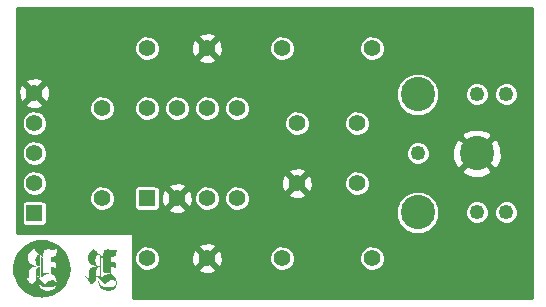
<source format=gbl>
G04 (created by PCBNEW (2013-07-07 BZR 4022)-stable) date 1/7/2015 2:01:18 PM*
%MOIN*%
G04 Gerber Fmt 3.4, Leading zero omitted, Abs format*
%FSLAX34Y34*%
G01*
G70*
G90*
G04 APERTURE LIST*
%ADD10C,0.00590551*%
%ADD11C,0.0001*%
%ADD12C,0.055*%
%ADD13R,0.055X0.055*%
%ADD14C,0.114173*%
%ADD15C,0.0492126*%
%ADD16C,0.01*%
G04 APERTURE END LIST*
G54D10*
G54D11*
G36*
X75540Y-67838D02*
X75543Y-67920D01*
X75552Y-68001D01*
X75569Y-68082D01*
X75592Y-68161D01*
X75623Y-68239D01*
X75660Y-68314D01*
X75705Y-68387D01*
X75757Y-68456D01*
X75774Y-68477D01*
X75832Y-68538D01*
X75894Y-68594D01*
X75950Y-68636D01*
X75950Y-68109D01*
X75955Y-68101D01*
X75956Y-68100D01*
X75964Y-68091D01*
X75993Y-68120D01*
X76007Y-68134D01*
X76018Y-68143D01*
X76026Y-68148D01*
X76032Y-68150D01*
X76035Y-68150D01*
X76049Y-68147D01*
X76060Y-68136D01*
X76065Y-68126D01*
X76066Y-68120D01*
X76067Y-68106D01*
X76069Y-68087D01*
X76070Y-68063D01*
X76071Y-68037D01*
X76072Y-68012D01*
X76073Y-67978D01*
X76074Y-67951D01*
X76075Y-67929D01*
X76077Y-67912D01*
X76079Y-67899D01*
X76082Y-67888D01*
X76086Y-67878D01*
X76091Y-67869D01*
X76094Y-67864D01*
X76109Y-67843D01*
X76129Y-67825D01*
X76154Y-67810D01*
X76185Y-67798D01*
X76223Y-67788D01*
X76260Y-67782D01*
X76281Y-67779D01*
X76295Y-67776D01*
X76301Y-67774D01*
X76300Y-67771D01*
X76292Y-67766D01*
X76277Y-67760D01*
X76268Y-67756D01*
X76226Y-67738D01*
X76190Y-67720D01*
X76160Y-67702D01*
X76134Y-67683D01*
X76111Y-67663D01*
X76104Y-67656D01*
X76083Y-67630D01*
X76067Y-67604D01*
X76055Y-67575D01*
X76048Y-67542D01*
X76044Y-67504D01*
X76043Y-67472D01*
X76044Y-67433D01*
X76048Y-67400D01*
X76055Y-67370D01*
X76066Y-67344D01*
X76082Y-67317D01*
X76102Y-67290D01*
X76108Y-67283D01*
X76123Y-67267D01*
X76140Y-67250D01*
X76159Y-67232D01*
X76177Y-67216D01*
X76195Y-67202D01*
X76212Y-67190D01*
X76224Y-67182D01*
X76233Y-67178D01*
X76234Y-67178D01*
X76238Y-67181D01*
X76246Y-67189D01*
X76257Y-67201D01*
X76270Y-67216D01*
X76276Y-67222D01*
X76293Y-67242D01*
X76311Y-67262D01*
X76330Y-67281D01*
X76352Y-67302D01*
X76377Y-67324D01*
X76405Y-67349D01*
X76439Y-67378D01*
X76470Y-67404D01*
X76550Y-67470D01*
X76552Y-67383D01*
X76554Y-67348D01*
X76555Y-67320D01*
X76557Y-67298D01*
X76560Y-67280D01*
X76564Y-67266D01*
X76570Y-67255D01*
X76577Y-67245D01*
X76581Y-67240D01*
X76592Y-67228D01*
X76605Y-67219D01*
X76620Y-67212D01*
X76637Y-67208D01*
X76659Y-67205D01*
X76685Y-67204D01*
X76718Y-67205D01*
X76757Y-67207D01*
X76764Y-67208D01*
X76809Y-67211D01*
X76846Y-67213D01*
X76876Y-67214D01*
X76901Y-67214D01*
X76921Y-67213D01*
X76936Y-67210D01*
X76947Y-67207D01*
X76955Y-67202D01*
X76961Y-67196D01*
X76965Y-67188D01*
X76965Y-67188D01*
X76970Y-67178D01*
X76977Y-67174D01*
X76978Y-67174D01*
X76983Y-67176D01*
X76987Y-67181D01*
X76990Y-67191D01*
X76991Y-67207D01*
X76992Y-67229D01*
X76992Y-67242D01*
X76991Y-67286D01*
X76987Y-67325D01*
X76981Y-67359D01*
X76973Y-67386D01*
X76963Y-67407D01*
X76955Y-67417D01*
X76946Y-67425D01*
X76937Y-67431D01*
X76927Y-67436D01*
X76915Y-67440D01*
X76900Y-67442D01*
X76879Y-67444D01*
X76854Y-67445D01*
X76823Y-67446D01*
X76815Y-67449D01*
X76808Y-67454D01*
X76805Y-67457D01*
X76803Y-67461D01*
X76802Y-67468D01*
X76801Y-67477D01*
X76800Y-67492D01*
X76800Y-67511D01*
X76800Y-67538D01*
X76800Y-67540D01*
X76800Y-67618D01*
X76825Y-67618D01*
X76843Y-67619D01*
X76864Y-67620D01*
X76877Y-67622D01*
X76904Y-67628D01*
X76926Y-67638D01*
X76945Y-67653D01*
X76960Y-67672D01*
X76971Y-67697D01*
X76980Y-67728D01*
X76985Y-67765D01*
X76988Y-67809D01*
X76988Y-67838D01*
X76988Y-67902D01*
X76979Y-67902D01*
X76974Y-67901D01*
X76971Y-67898D01*
X76969Y-67892D01*
X76966Y-67879D01*
X76965Y-67870D01*
X76962Y-67850D01*
X76958Y-67835D01*
X76951Y-67824D01*
X76941Y-67815D01*
X76927Y-67810D01*
X76907Y-67806D01*
X76881Y-67804D01*
X76860Y-67803D01*
X76800Y-67801D01*
X76801Y-67895D01*
X76801Y-67926D01*
X76802Y-67951D01*
X76803Y-67970D01*
X76805Y-67984D01*
X76808Y-67996D01*
X76814Y-68005D01*
X76822Y-68013D01*
X76832Y-68022D01*
X76846Y-68033D01*
X76853Y-68038D01*
X76869Y-68050D01*
X76885Y-68063D01*
X76897Y-68073D01*
X76902Y-68078D01*
X76924Y-68102D01*
X76945Y-68133D01*
X76964Y-68167D01*
X76980Y-68203D01*
X76989Y-68226D01*
X76995Y-68255D01*
X76998Y-68289D01*
X76998Y-68324D01*
X76993Y-68359D01*
X76989Y-68379D01*
X76973Y-68423D01*
X76950Y-68462D01*
X76923Y-68498D01*
X76890Y-68527D01*
X76853Y-68551D01*
X76833Y-68560D01*
X76794Y-68572D01*
X76751Y-68579D01*
X76706Y-68582D01*
X76661Y-68579D01*
X76651Y-68578D01*
X76614Y-68569D01*
X76577Y-68556D01*
X76542Y-68539D01*
X76527Y-68530D01*
X76501Y-68510D01*
X76474Y-68486D01*
X76450Y-68458D01*
X76429Y-68430D01*
X76416Y-68409D01*
X76404Y-68383D01*
X76396Y-68360D01*
X76391Y-68336D01*
X76389Y-68310D01*
X76388Y-68287D01*
X76388Y-68242D01*
X76403Y-68242D01*
X76418Y-68242D01*
X76418Y-68281D01*
X76420Y-68312D01*
X76426Y-68337D01*
X76435Y-68359D01*
X76450Y-68380D01*
X76459Y-68390D01*
X76487Y-68415D01*
X76518Y-68434D01*
X76546Y-68445D01*
X76553Y-68447D01*
X76561Y-68448D01*
X76571Y-68450D01*
X76583Y-68450D01*
X76599Y-68451D01*
X76619Y-68452D01*
X76645Y-68452D01*
X76676Y-68452D01*
X76706Y-68452D01*
X76744Y-68452D01*
X76775Y-68452D01*
X76800Y-68451D01*
X76820Y-68451D01*
X76836Y-68450D01*
X76848Y-68449D01*
X76858Y-68447D01*
X76867Y-68446D01*
X76869Y-68445D01*
X76904Y-68434D01*
X76932Y-68419D01*
X76953Y-68401D01*
X76967Y-68380D01*
X76974Y-68354D01*
X76976Y-68334D01*
X76973Y-68306D01*
X76963Y-68282D01*
X76947Y-68262D01*
X76924Y-68246D01*
X76917Y-68243D01*
X76906Y-68238D01*
X76896Y-68235D01*
X76884Y-68233D01*
X76869Y-68232D01*
X76850Y-68232D01*
X76820Y-68233D01*
X76792Y-68237D01*
X76767Y-68245D01*
X76742Y-68257D01*
X76716Y-68273D01*
X76689Y-68294D01*
X76659Y-68322D01*
X76648Y-68333D01*
X76631Y-68349D01*
X76618Y-68361D01*
X76610Y-68367D01*
X76604Y-68370D01*
X76602Y-68369D01*
X76598Y-68365D01*
X76590Y-68356D01*
X76577Y-68342D01*
X76561Y-68324D01*
X76542Y-68302D01*
X76520Y-68277D01*
X76496Y-68250D01*
X76473Y-68225D01*
X76348Y-68085D01*
X76355Y-68075D01*
X76362Y-68065D01*
X76407Y-68112D01*
X76452Y-68160D01*
X76452Y-67977D01*
X76452Y-67794D01*
X76421Y-67794D01*
X76393Y-67796D01*
X76371Y-67803D01*
X76353Y-67814D01*
X76338Y-67832D01*
X76329Y-67850D01*
X76318Y-67872D01*
X76316Y-68046D01*
X76316Y-68090D01*
X76315Y-68126D01*
X76314Y-68156D01*
X76314Y-68180D01*
X76313Y-68200D01*
X76311Y-68215D01*
X76309Y-68227D01*
X76306Y-68236D01*
X76303Y-68244D01*
X76299Y-68251D01*
X76293Y-68257D01*
X76287Y-68264D01*
X76286Y-68266D01*
X76278Y-68273D01*
X76267Y-68284D01*
X76253Y-68297D01*
X76237Y-68311D01*
X76220Y-68326D01*
X76204Y-68340D01*
X76189Y-68353D01*
X76176Y-68364D01*
X76167Y-68371D01*
X76163Y-68374D01*
X76163Y-68374D01*
X76160Y-68370D01*
X76153Y-68361D01*
X76141Y-68348D01*
X76127Y-68330D01*
X76109Y-68308D01*
X76089Y-68284D01*
X76067Y-68257D01*
X76058Y-68246D01*
X76036Y-68219D01*
X76015Y-68193D01*
X75996Y-68170D01*
X75979Y-68150D01*
X75966Y-68134D01*
X75957Y-68122D01*
X75952Y-68116D01*
X75951Y-68115D01*
X75950Y-68109D01*
X75950Y-68636D01*
X75960Y-68644D01*
X76032Y-68688D01*
X76106Y-68725D01*
X76183Y-68756D01*
X76264Y-68780D01*
X76347Y-68797D01*
X76430Y-68807D01*
X76514Y-68810D01*
X76588Y-68806D01*
X76674Y-68794D01*
X76758Y-68774D01*
X76839Y-68747D01*
X76918Y-68714D01*
X76993Y-68673D01*
X77064Y-68627D01*
X77130Y-68574D01*
X77192Y-68515D01*
X77248Y-68451D01*
X77291Y-68393D01*
X77338Y-68317D01*
X77377Y-68240D01*
X77408Y-68159D01*
X77432Y-68077D01*
X77449Y-67994D01*
X77458Y-67910D01*
X77460Y-67825D01*
X77454Y-67740D01*
X77440Y-67656D01*
X77419Y-67572D01*
X77389Y-67490D01*
X77376Y-67458D01*
X77337Y-67380D01*
X77291Y-67307D01*
X77239Y-67238D01*
X77181Y-67174D01*
X77127Y-67124D01*
X77058Y-67070D01*
X76986Y-67023D01*
X76910Y-66983D01*
X76832Y-66950D01*
X76752Y-66924D01*
X76670Y-66905D01*
X76587Y-66894D01*
X76503Y-66890D01*
X76419Y-66894D01*
X76334Y-66905D01*
X76251Y-66923D01*
X76168Y-66950D01*
X76108Y-66974D01*
X76030Y-67013D01*
X75957Y-67059D01*
X75888Y-67111D01*
X75824Y-67169D01*
X75774Y-67223D01*
X75720Y-67292D01*
X75673Y-67363D01*
X75633Y-67438D01*
X75601Y-67515D01*
X75575Y-67594D01*
X75557Y-67674D01*
X75545Y-67756D01*
X75540Y-67838D01*
X75540Y-67838D01*
X75540Y-67838D01*
G37*
G36*
X76477Y-67875D02*
X76477Y-67926D01*
X76477Y-67960D01*
X76478Y-68133D01*
X76494Y-68121D01*
X76547Y-68086D01*
X76602Y-68058D01*
X76658Y-68037D01*
X76716Y-68024D01*
X76740Y-68021D01*
X76789Y-68016D01*
X76771Y-68009D01*
X76745Y-67999D01*
X76713Y-67991D01*
X76679Y-67983D01*
X76645Y-67978D01*
X76613Y-67976D01*
X76585Y-67975D01*
X76577Y-67976D01*
X76552Y-67979D01*
X76552Y-67739D01*
X76552Y-67500D01*
X76515Y-67469D01*
X76478Y-67439D01*
X76477Y-67612D01*
X76477Y-67658D01*
X76477Y-67710D01*
X76477Y-67765D01*
X76477Y-67821D01*
X76477Y-67875D01*
X76477Y-67875D01*
X76477Y-67875D01*
G37*
G36*
X76288Y-67563D02*
X76290Y-67611D01*
X76298Y-67653D01*
X76310Y-67689D01*
X76327Y-67719D01*
X76350Y-67742D01*
X76359Y-67749D01*
X76378Y-67759D01*
X76401Y-67767D01*
X76424Y-67773D01*
X76439Y-67774D01*
X76452Y-67774D01*
X76451Y-67595D01*
X76450Y-67416D01*
X76433Y-67404D01*
X76421Y-67397D01*
X76411Y-67393D01*
X76398Y-67392D01*
X76391Y-67392D01*
X76368Y-67394D01*
X76350Y-67401D01*
X76334Y-67414D01*
X76329Y-67419D01*
X76313Y-67441D01*
X76300Y-67469D01*
X76292Y-67502D01*
X76289Y-67542D01*
X76288Y-67563D01*
X76288Y-67563D01*
X76288Y-67563D01*
G37*
G36*
X77950Y-68112D02*
X77953Y-68117D01*
X77956Y-68121D01*
X77964Y-68131D01*
X77976Y-68145D01*
X77990Y-68162D01*
X78007Y-68183D01*
X78026Y-68206D01*
X78045Y-68230D01*
X78065Y-68254D01*
X78085Y-68279D01*
X78104Y-68302D01*
X78121Y-68323D01*
X78137Y-68341D01*
X78149Y-68357D01*
X78158Y-68367D01*
X78162Y-68373D01*
X78163Y-68373D01*
X78166Y-68372D01*
X78174Y-68365D01*
X78186Y-68355D01*
X78200Y-68343D01*
X78216Y-68329D01*
X78233Y-68315D01*
X78249Y-68301D01*
X78263Y-68288D01*
X78275Y-68277D01*
X78282Y-68270D01*
X78283Y-68269D01*
X78293Y-68257D01*
X78302Y-68243D01*
X78305Y-68238D01*
X78307Y-68234D01*
X78309Y-68229D01*
X78310Y-68224D01*
X78312Y-68217D01*
X78313Y-68208D01*
X78313Y-68195D01*
X78314Y-68179D01*
X78315Y-68158D01*
X78315Y-68132D01*
X78316Y-68100D01*
X78316Y-68060D01*
X78316Y-68046D01*
X78317Y-68003D01*
X78317Y-67966D01*
X78318Y-67937D01*
X78319Y-67912D01*
X78320Y-67893D01*
X78321Y-67878D01*
X78323Y-67866D01*
X78325Y-67857D01*
X78328Y-67849D01*
X78331Y-67842D01*
X78335Y-67836D01*
X78337Y-67832D01*
X78355Y-67813D01*
X78377Y-67799D01*
X78403Y-67793D01*
X78432Y-67793D01*
X78433Y-67793D01*
X78452Y-67795D01*
X78452Y-67977D01*
X78452Y-68160D01*
X78407Y-68112D01*
X78362Y-68065D01*
X78355Y-68075D01*
X78348Y-68085D01*
X78472Y-68224D01*
X78472Y-67830D01*
X78472Y-67786D01*
X78472Y-67734D01*
X78472Y-67684D01*
X78472Y-67638D01*
X78472Y-67594D01*
X78473Y-67555D01*
X78473Y-67521D01*
X78473Y-67491D01*
X78473Y-67468D01*
X78474Y-67451D01*
X78474Y-67441D01*
X78474Y-67438D01*
X78478Y-67440D01*
X78487Y-67447D01*
X78499Y-67457D01*
X78514Y-67469D01*
X78514Y-67469D01*
X78552Y-67500D01*
X78552Y-67736D01*
X78552Y-67973D01*
X78605Y-67975D01*
X78664Y-67980D01*
X78717Y-67991D01*
X78764Y-68006D01*
X78775Y-68011D01*
X78794Y-68020D01*
X78746Y-68022D01*
X78691Y-68029D01*
X78636Y-68044D01*
X78583Y-68067D01*
X78530Y-68097D01*
X78512Y-68109D01*
X78498Y-68119D01*
X78486Y-68127D01*
X78478Y-68132D01*
X78475Y-68134D01*
X78475Y-68130D01*
X78474Y-68119D01*
X78474Y-68100D01*
X78473Y-68076D01*
X78473Y-68046D01*
X78473Y-68011D01*
X78473Y-67971D01*
X78472Y-67927D01*
X78472Y-67880D01*
X78472Y-67830D01*
X78472Y-68224D01*
X78475Y-68227D01*
X78500Y-68255D01*
X78524Y-68282D01*
X78546Y-68306D01*
X78565Y-68327D01*
X78581Y-68345D01*
X78593Y-68359D01*
X78600Y-68368D01*
X78604Y-68371D01*
X78607Y-68369D01*
X78615Y-68363D01*
X78627Y-68353D01*
X78641Y-68339D01*
X78648Y-68333D01*
X78680Y-68303D01*
X78708Y-68279D01*
X78734Y-68261D01*
X78759Y-68248D01*
X78785Y-68239D01*
X78812Y-68234D01*
X78842Y-68232D01*
X78850Y-68232D01*
X78874Y-68232D01*
X78893Y-68234D01*
X78908Y-68238D01*
X78922Y-68244D01*
X78937Y-68253D01*
X78939Y-68255D01*
X78956Y-68271D01*
X78968Y-68292D01*
X78975Y-68315D01*
X78977Y-68340D01*
X78973Y-68365D01*
X78964Y-68387D01*
X78949Y-68406D01*
X78945Y-68410D01*
X78930Y-68421D01*
X78915Y-68430D01*
X78897Y-68437D01*
X78877Y-68443D01*
X78854Y-68447D01*
X78825Y-68450D01*
X78792Y-68452D01*
X78752Y-68454D01*
X78706Y-68454D01*
X78704Y-68454D01*
X78669Y-68454D01*
X78641Y-68454D01*
X78618Y-68453D01*
X78601Y-68453D01*
X78587Y-68452D01*
X78575Y-68450D01*
X78565Y-68449D01*
X78556Y-68446D01*
X78554Y-68446D01*
X78523Y-68436D01*
X78498Y-68423D01*
X78475Y-68406D01*
X78460Y-68391D01*
X78443Y-68371D01*
X78431Y-68350D01*
X78423Y-68327D01*
X78418Y-68299D01*
X78417Y-68281D01*
X78415Y-68242D01*
X78404Y-68242D01*
X78397Y-68243D01*
X78393Y-68246D01*
X78390Y-68254D01*
X78389Y-68267D01*
X78388Y-68286D01*
X78388Y-68293D01*
X78390Y-68327D01*
X78395Y-68356D01*
X78405Y-68385D01*
X78408Y-68393D01*
X78428Y-68428D01*
X78453Y-68462D01*
X78482Y-68494D01*
X78515Y-68522D01*
X78539Y-68537D01*
X78581Y-68558D01*
X78628Y-68572D01*
X78677Y-68580D01*
X78727Y-68581D01*
X78777Y-68576D01*
X78821Y-68564D01*
X78861Y-68545D01*
X78898Y-68520D01*
X78930Y-68489D01*
X78956Y-68454D01*
X78977Y-68414D01*
X78988Y-68379D01*
X78994Y-68350D01*
X78997Y-68318D01*
X78997Y-68285D01*
X78995Y-68254D01*
X78989Y-68228D01*
X78988Y-68224D01*
X78968Y-68173D01*
X78943Y-68128D01*
X78911Y-68089D01*
X78875Y-68055D01*
X78860Y-68044D01*
X78837Y-68027D01*
X78821Y-68013D01*
X78811Y-67999D01*
X78804Y-67986D01*
X78801Y-67975D01*
X78800Y-67965D01*
X78799Y-67949D01*
X78799Y-67927D01*
X78798Y-67903D01*
X78798Y-67880D01*
X78798Y-67804D01*
X78845Y-67803D01*
X78878Y-67803D01*
X78903Y-67804D01*
X78923Y-67808D01*
X78937Y-67813D01*
X78947Y-67820D01*
X78949Y-67822D01*
X78957Y-67835D01*
X78963Y-67853D01*
X78967Y-67875D01*
X78968Y-67888D01*
X78969Y-67898D01*
X78972Y-67901D01*
X78979Y-67902D01*
X78989Y-67902D01*
X78987Y-67823D01*
X78985Y-67784D01*
X78983Y-67752D01*
X78979Y-67726D01*
X78974Y-67704D01*
X78968Y-67687D01*
X78959Y-67671D01*
X78949Y-67657D01*
X78948Y-67656D01*
X78936Y-67644D01*
X78924Y-67636D01*
X78910Y-67630D01*
X78892Y-67626D01*
X78870Y-67623D01*
X78850Y-67622D01*
X78798Y-67620D01*
X78797Y-67554D01*
X78796Y-67525D01*
X78797Y-67503D01*
X78797Y-67486D01*
X78799Y-67474D01*
X78801Y-67465D01*
X78805Y-67458D01*
X78808Y-67453D01*
X78812Y-67449D01*
X78816Y-67447D01*
X78823Y-67445D01*
X78834Y-67444D01*
X78851Y-67444D01*
X78863Y-67444D01*
X78895Y-67442D01*
X78921Y-67437D01*
X78941Y-67429D01*
X78957Y-67416D01*
X78968Y-67398D01*
X78977Y-67375D01*
X78980Y-67367D01*
X78983Y-67352D01*
X78985Y-67330D01*
X78988Y-67305D01*
X78989Y-67278D01*
X78990Y-67251D01*
X78990Y-67227D01*
X78989Y-67213D01*
X78988Y-67195D01*
X78987Y-67184D01*
X78985Y-67177D01*
X78982Y-67175D01*
X78978Y-67174D01*
X78978Y-67174D01*
X78971Y-67177D01*
X78965Y-67186D01*
X78965Y-67188D01*
X78956Y-67201D01*
X78945Y-67208D01*
X78936Y-67211D01*
X78925Y-67214D01*
X78909Y-67215D01*
X78889Y-67215D01*
X78863Y-67214D01*
X78831Y-67213D01*
X78792Y-67211D01*
X78758Y-67208D01*
X78718Y-67206D01*
X78685Y-67205D01*
X78659Y-67206D01*
X78637Y-67208D01*
X78619Y-67213D01*
X78604Y-67220D01*
X78591Y-67229D01*
X78581Y-67240D01*
X78573Y-67249D01*
X78567Y-67260D01*
X78563Y-67273D01*
X78559Y-67288D01*
X78557Y-67308D01*
X78555Y-67333D01*
X78553Y-67365D01*
X78553Y-67383D01*
X78550Y-67470D01*
X78472Y-67406D01*
X78433Y-67373D01*
X78399Y-67344D01*
X78370Y-67319D01*
X78345Y-67295D01*
X78323Y-67274D01*
X78303Y-67253D01*
X78284Y-67232D01*
X78277Y-67224D01*
X78263Y-67208D01*
X78251Y-67195D01*
X78242Y-67185D01*
X78237Y-67179D01*
X78236Y-67179D01*
X78229Y-67180D01*
X78218Y-67186D01*
X78203Y-67196D01*
X78186Y-67209D01*
X78168Y-67224D01*
X78149Y-67241D01*
X78131Y-67258D01*
X78116Y-67275D01*
X78108Y-67283D01*
X78083Y-67315D01*
X78065Y-67347D01*
X78053Y-67379D01*
X78050Y-67390D01*
X78047Y-67409D01*
X78045Y-67434D01*
X78044Y-67462D01*
X78044Y-67491D01*
X78046Y-67518D01*
X78048Y-67542D01*
X78050Y-67552D01*
X78061Y-67588D01*
X78078Y-67622D01*
X78102Y-67653D01*
X78132Y-67681D01*
X78169Y-67708D01*
X78213Y-67732D01*
X78265Y-67755D01*
X78273Y-67758D01*
X78288Y-67765D01*
X78288Y-67765D01*
X78288Y-67564D01*
X78289Y-67536D01*
X78291Y-67511D01*
X78294Y-67491D01*
X78294Y-67491D01*
X78304Y-67460D01*
X78318Y-67435D01*
X78335Y-67414D01*
X78354Y-67400D01*
X78375Y-67392D01*
X78396Y-67391D01*
X78418Y-67396D01*
X78434Y-67405D01*
X78450Y-67416D01*
X78451Y-67596D01*
X78452Y-67775D01*
X78427Y-67773D01*
X78409Y-67770D01*
X78390Y-67765D01*
X78380Y-67761D01*
X78353Y-67745D01*
X78331Y-67722D01*
X78312Y-67693D01*
X78299Y-67659D01*
X78294Y-67640D01*
X78291Y-67618D01*
X78289Y-67592D01*
X78288Y-67564D01*
X78288Y-67765D01*
X78300Y-67770D01*
X78307Y-67774D01*
X78308Y-67775D01*
X78305Y-67777D01*
X78296Y-67778D01*
X78295Y-67778D01*
X78281Y-67779D01*
X78262Y-67782D01*
X78240Y-67786D01*
X78217Y-67790D01*
X78196Y-67795D01*
X78185Y-67799D01*
X78150Y-67812D01*
X78122Y-67832D01*
X78100Y-67855D01*
X78084Y-67884D01*
X78083Y-67886D01*
X78081Y-67893D01*
X78078Y-67901D01*
X78077Y-67910D01*
X78075Y-67922D01*
X78074Y-67938D01*
X78074Y-67958D01*
X78073Y-67984D01*
X78072Y-68012D01*
X78071Y-68048D01*
X78070Y-68077D01*
X78068Y-68100D01*
X78066Y-68117D01*
X78064Y-68130D01*
X78060Y-68138D01*
X78056Y-68144D01*
X78050Y-68147D01*
X78046Y-68148D01*
X78035Y-68150D01*
X78025Y-68147D01*
X78014Y-68140D01*
X78000Y-68128D01*
X77991Y-68118D01*
X77965Y-68091D01*
X77956Y-68100D01*
X77950Y-68107D01*
X77950Y-68112D01*
X77950Y-68112D01*
X77950Y-68112D01*
G37*
G54D12*
X78500Y-62500D03*
X78500Y-65500D03*
X84500Y-60500D03*
X87500Y-60500D03*
X84500Y-67500D03*
X87500Y-67500D03*
G54D13*
X80000Y-65500D03*
G54D12*
X81000Y-65500D03*
X82000Y-65500D03*
X83000Y-65500D03*
X83000Y-62500D03*
X82000Y-62500D03*
X81000Y-62500D03*
X80000Y-62500D03*
X82000Y-67500D03*
X80000Y-67500D03*
X80000Y-60500D03*
X82000Y-60500D03*
X85000Y-63000D03*
X85000Y-65000D03*
X87000Y-65000D03*
X87000Y-63000D03*
G54D13*
X76250Y-66000D03*
G54D12*
X76250Y-65000D03*
X76250Y-64000D03*
X76250Y-63000D03*
X76250Y-62000D03*
G54D14*
X91000Y-64000D03*
X89031Y-62031D03*
X89031Y-65968D03*
G54D15*
X89031Y-64000D03*
X91000Y-65968D03*
X91000Y-62031D03*
X91984Y-62031D03*
X91984Y-65968D03*
G54D10*
G36*
X92830Y-68830D02*
X92380Y-68830D01*
X92380Y-65890D01*
X92380Y-61953D01*
X92320Y-61807D01*
X92208Y-61695D01*
X92063Y-61635D01*
X91905Y-61635D01*
X91760Y-61695D01*
X91648Y-61806D01*
X91588Y-61952D01*
X91588Y-62109D01*
X91648Y-62255D01*
X91759Y-62367D01*
X91905Y-62427D01*
X92062Y-62427D01*
X92208Y-62367D01*
X92319Y-62256D01*
X92380Y-62110D01*
X92380Y-61953D01*
X92380Y-65890D01*
X92320Y-65744D01*
X92208Y-65632D01*
X92063Y-65572D01*
X91905Y-65572D01*
X91824Y-65606D01*
X91824Y-64146D01*
X91817Y-63819D01*
X91705Y-63549D01*
X91581Y-63488D01*
X91511Y-63559D01*
X91511Y-63418D01*
X91450Y-63294D01*
X91396Y-63273D01*
X91396Y-61953D01*
X91335Y-61807D01*
X91224Y-61695D01*
X91079Y-61635D01*
X90921Y-61635D01*
X90775Y-61695D01*
X90664Y-61806D01*
X90604Y-61952D01*
X90603Y-62109D01*
X90664Y-62255D01*
X90775Y-62367D01*
X90920Y-62427D01*
X91078Y-62427D01*
X91224Y-62367D01*
X91335Y-62256D01*
X91395Y-62110D01*
X91396Y-61953D01*
X91396Y-63273D01*
X91146Y-63175D01*
X90819Y-63182D01*
X90549Y-63294D01*
X90488Y-63418D01*
X91000Y-63929D01*
X91511Y-63418D01*
X91511Y-63559D01*
X91070Y-64000D01*
X91581Y-64511D01*
X91705Y-64450D01*
X91824Y-64146D01*
X91824Y-65606D01*
X91760Y-65632D01*
X91648Y-65743D01*
X91588Y-65889D01*
X91588Y-66046D01*
X91648Y-66192D01*
X91759Y-66304D01*
X91905Y-66364D01*
X92062Y-66364D01*
X92208Y-66304D01*
X92319Y-66193D01*
X92380Y-66047D01*
X92380Y-65890D01*
X92380Y-68830D01*
X91511Y-68830D01*
X91511Y-64581D01*
X91000Y-64070D01*
X90929Y-64141D01*
X90929Y-64000D01*
X90418Y-63488D01*
X90294Y-63549D01*
X90175Y-63853D01*
X90182Y-64180D01*
X90294Y-64450D01*
X90418Y-64511D01*
X90929Y-64000D01*
X90929Y-64141D01*
X90488Y-64581D01*
X90549Y-64705D01*
X90853Y-64824D01*
X91180Y-64817D01*
X91450Y-64705D01*
X91511Y-64581D01*
X91511Y-68830D01*
X91396Y-68830D01*
X91396Y-65890D01*
X91335Y-65744D01*
X91224Y-65632D01*
X91079Y-65572D01*
X90921Y-65572D01*
X90775Y-65632D01*
X90664Y-65743D01*
X90604Y-65889D01*
X90603Y-66046D01*
X90664Y-66192D01*
X90775Y-66304D01*
X90920Y-66364D01*
X91078Y-66364D01*
X91224Y-66304D01*
X91335Y-66193D01*
X91395Y-66047D01*
X91396Y-65890D01*
X91396Y-68830D01*
X89752Y-68830D01*
X89752Y-65825D01*
X89752Y-61888D01*
X89642Y-61623D01*
X89440Y-61420D01*
X89175Y-61310D01*
X88888Y-61310D01*
X88623Y-61420D01*
X88420Y-61622D01*
X88310Y-61887D01*
X88310Y-62174D01*
X88420Y-62439D01*
X88622Y-62642D01*
X88887Y-62752D01*
X89174Y-62752D01*
X89439Y-62642D01*
X89642Y-62440D01*
X89752Y-62175D01*
X89752Y-61888D01*
X89752Y-65825D01*
X89642Y-65560D01*
X89440Y-65357D01*
X89427Y-65352D01*
X89427Y-63921D01*
X89367Y-63775D01*
X89256Y-63664D01*
X89110Y-63604D01*
X88953Y-63603D01*
X88807Y-63664D01*
X88695Y-63775D01*
X88635Y-63920D01*
X88635Y-64078D01*
X88695Y-64224D01*
X88806Y-64335D01*
X88952Y-64395D01*
X89109Y-64396D01*
X89255Y-64335D01*
X89367Y-64224D01*
X89427Y-64079D01*
X89427Y-63921D01*
X89427Y-65352D01*
X89175Y-65247D01*
X88888Y-65247D01*
X88623Y-65357D01*
X88420Y-65559D01*
X88310Y-65824D01*
X88310Y-66111D01*
X88420Y-66376D01*
X88622Y-66579D01*
X88887Y-66689D01*
X89174Y-66689D01*
X89439Y-66579D01*
X89642Y-66377D01*
X89752Y-66112D01*
X89752Y-65825D01*
X89752Y-68830D01*
X87925Y-68830D01*
X87925Y-67415D01*
X87925Y-60415D01*
X87860Y-60259D01*
X87741Y-60139D01*
X87584Y-60075D01*
X87415Y-60074D01*
X87259Y-60139D01*
X87139Y-60258D01*
X87075Y-60415D01*
X87074Y-60584D01*
X87139Y-60740D01*
X87258Y-60860D01*
X87415Y-60924D01*
X87584Y-60925D01*
X87740Y-60860D01*
X87860Y-60741D01*
X87924Y-60584D01*
X87925Y-60415D01*
X87925Y-67415D01*
X87860Y-67259D01*
X87741Y-67139D01*
X87584Y-67075D01*
X87425Y-67074D01*
X87425Y-64915D01*
X87425Y-62915D01*
X87360Y-62759D01*
X87241Y-62639D01*
X87084Y-62575D01*
X86915Y-62574D01*
X86759Y-62639D01*
X86639Y-62758D01*
X86575Y-62915D01*
X86574Y-63084D01*
X86639Y-63240D01*
X86758Y-63360D01*
X86915Y-63424D01*
X87084Y-63425D01*
X87240Y-63360D01*
X87360Y-63241D01*
X87424Y-63084D01*
X87425Y-62915D01*
X87425Y-64915D01*
X87360Y-64759D01*
X87241Y-64639D01*
X87084Y-64575D01*
X86915Y-64574D01*
X86759Y-64639D01*
X86639Y-64758D01*
X86575Y-64915D01*
X86574Y-65084D01*
X86639Y-65240D01*
X86758Y-65360D01*
X86915Y-65424D01*
X87084Y-65425D01*
X87240Y-65360D01*
X87360Y-65241D01*
X87424Y-65084D01*
X87425Y-64915D01*
X87425Y-67074D01*
X87415Y-67074D01*
X87259Y-67139D01*
X87139Y-67258D01*
X87075Y-67415D01*
X87074Y-67584D01*
X87139Y-67740D01*
X87258Y-67860D01*
X87415Y-67924D01*
X87584Y-67925D01*
X87740Y-67860D01*
X87860Y-67741D01*
X87924Y-67584D01*
X87925Y-67415D01*
X87925Y-68830D01*
X85529Y-68830D01*
X85529Y-65075D01*
X85518Y-64867D01*
X85460Y-64727D01*
X85425Y-64717D01*
X85425Y-62915D01*
X85360Y-62759D01*
X85241Y-62639D01*
X85084Y-62575D01*
X84925Y-62574D01*
X84925Y-60415D01*
X84860Y-60259D01*
X84741Y-60139D01*
X84584Y-60075D01*
X84415Y-60074D01*
X84259Y-60139D01*
X84139Y-60258D01*
X84075Y-60415D01*
X84074Y-60584D01*
X84139Y-60740D01*
X84258Y-60860D01*
X84415Y-60924D01*
X84584Y-60925D01*
X84740Y-60860D01*
X84860Y-60741D01*
X84924Y-60584D01*
X84925Y-60415D01*
X84925Y-62574D01*
X84915Y-62574D01*
X84759Y-62639D01*
X84639Y-62758D01*
X84575Y-62915D01*
X84574Y-63084D01*
X84639Y-63240D01*
X84758Y-63360D01*
X84915Y-63424D01*
X85084Y-63425D01*
X85240Y-63360D01*
X85360Y-63241D01*
X85424Y-63084D01*
X85425Y-62915D01*
X85425Y-64717D01*
X85367Y-64702D01*
X85297Y-64773D01*
X85297Y-64632D01*
X85272Y-64539D01*
X85075Y-64470D01*
X84867Y-64481D01*
X84727Y-64539D01*
X84702Y-64632D01*
X85000Y-64929D01*
X85297Y-64632D01*
X85297Y-64773D01*
X85070Y-65000D01*
X85367Y-65297D01*
X85460Y-65272D01*
X85529Y-65075D01*
X85529Y-68830D01*
X85297Y-68830D01*
X85297Y-65367D01*
X85000Y-65070D01*
X84929Y-65141D01*
X84929Y-65000D01*
X84632Y-64702D01*
X84539Y-64727D01*
X84470Y-64924D01*
X84481Y-65132D01*
X84539Y-65272D01*
X84632Y-65297D01*
X84929Y-65000D01*
X84929Y-65141D01*
X84702Y-65367D01*
X84727Y-65460D01*
X84924Y-65529D01*
X85132Y-65518D01*
X85272Y-65460D01*
X85297Y-65367D01*
X85297Y-68830D01*
X84925Y-68830D01*
X84925Y-67415D01*
X84860Y-67259D01*
X84741Y-67139D01*
X84584Y-67075D01*
X84415Y-67074D01*
X84259Y-67139D01*
X84139Y-67258D01*
X84075Y-67415D01*
X84074Y-67584D01*
X84139Y-67740D01*
X84258Y-67860D01*
X84415Y-67924D01*
X84584Y-67925D01*
X84740Y-67860D01*
X84860Y-67741D01*
X84924Y-67584D01*
X84925Y-67415D01*
X84925Y-68830D01*
X83425Y-68830D01*
X83425Y-65415D01*
X83425Y-62415D01*
X83360Y-62259D01*
X83241Y-62139D01*
X83084Y-62075D01*
X82915Y-62074D01*
X82759Y-62139D01*
X82639Y-62258D01*
X82575Y-62415D01*
X82574Y-62584D01*
X82639Y-62740D01*
X82758Y-62860D01*
X82915Y-62924D01*
X83084Y-62925D01*
X83240Y-62860D01*
X83360Y-62741D01*
X83424Y-62584D01*
X83425Y-62415D01*
X83425Y-65415D01*
X83360Y-65259D01*
X83241Y-65139D01*
X83084Y-65075D01*
X82915Y-65074D01*
X82759Y-65139D01*
X82639Y-65258D01*
X82575Y-65415D01*
X82574Y-65584D01*
X82639Y-65740D01*
X82758Y-65860D01*
X82915Y-65924D01*
X83084Y-65925D01*
X83240Y-65860D01*
X83360Y-65741D01*
X83424Y-65584D01*
X83425Y-65415D01*
X83425Y-68830D01*
X82529Y-68830D01*
X82529Y-67575D01*
X82529Y-60575D01*
X82518Y-60367D01*
X82460Y-60227D01*
X82367Y-60202D01*
X82297Y-60273D01*
X82297Y-60132D01*
X82272Y-60039D01*
X82075Y-59970D01*
X81867Y-59981D01*
X81727Y-60039D01*
X81702Y-60132D01*
X82000Y-60429D01*
X82297Y-60132D01*
X82297Y-60273D01*
X82070Y-60500D01*
X82367Y-60797D01*
X82460Y-60772D01*
X82529Y-60575D01*
X82529Y-67575D01*
X82518Y-67367D01*
X82460Y-67227D01*
X82425Y-67217D01*
X82425Y-65415D01*
X82425Y-62415D01*
X82360Y-62259D01*
X82297Y-62196D01*
X82297Y-60867D01*
X82000Y-60570D01*
X81929Y-60641D01*
X81929Y-60500D01*
X81632Y-60202D01*
X81539Y-60227D01*
X81470Y-60424D01*
X81481Y-60632D01*
X81539Y-60772D01*
X81632Y-60797D01*
X81929Y-60500D01*
X81929Y-60641D01*
X81702Y-60867D01*
X81727Y-60960D01*
X81924Y-61029D01*
X82132Y-61018D01*
X82272Y-60960D01*
X82297Y-60867D01*
X82297Y-62196D01*
X82241Y-62139D01*
X82084Y-62075D01*
X81915Y-62074D01*
X81759Y-62139D01*
X81639Y-62258D01*
X81575Y-62415D01*
X81574Y-62584D01*
X81639Y-62740D01*
X81758Y-62860D01*
X81915Y-62924D01*
X82084Y-62925D01*
X82240Y-62860D01*
X82360Y-62741D01*
X82424Y-62584D01*
X82425Y-62415D01*
X82425Y-65415D01*
X82360Y-65259D01*
X82241Y-65139D01*
X82084Y-65075D01*
X81915Y-65074D01*
X81759Y-65139D01*
X81639Y-65258D01*
X81575Y-65415D01*
X81574Y-65584D01*
X81639Y-65740D01*
X81758Y-65860D01*
X81915Y-65924D01*
X82084Y-65925D01*
X82240Y-65860D01*
X82360Y-65741D01*
X82424Y-65584D01*
X82425Y-65415D01*
X82425Y-67217D01*
X82367Y-67202D01*
X82297Y-67273D01*
X82297Y-67132D01*
X82272Y-67039D01*
X82075Y-66970D01*
X81867Y-66981D01*
X81727Y-67039D01*
X81702Y-67132D01*
X82000Y-67429D01*
X82297Y-67132D01*
X82297Y-67273D01*
X82070Y-67500D01*
X82367Y-67797D01*
X82460Y-67772D01*
X82529Y-67575D01*
X82529Y-68830D01*
X82297Y-68830D01*
X82297Y-67867D01*
X82000Y-67570D01*
X81929Y-67641D01*
X81929Y-67500D01*
X81632Y-67202D01*
X81539Y-67227D01*
X81529Y-67254D01*
X81529Y-65575D01*
X81518Y-65367D01*
X81460Y-65227D01*
X81425Y-65217D01*
X81425Y-62415D01*
X81360Y-62259D01*
X81241Y-62139D01*
X81084Y-62075D01*
X80915Y-62074D01*
X80759Y-62139D01*
X80639Y-62258D01*
X80575Y-62415D01*
X80574Y-62584D01*
X80639Y-62740D01*
X80758Y-62860D01*
X80915Y-62924D01*
X81084Y-62925D01*
X81240Y-62860D01*
X81360Y-62741D01*
X81424Y-62584D01*
X81425Y-62415D01*
X81425Y-65217D01*
X81367Y-65202D01*
X81297Y-65273D01*
X81297Y-65132D01*
X81272Y-65039D01*
X81075Y-64970D01*
X80867Y-64981D01*
X80727Y-65039D01*
X80702Y-65132D01*
X81000Y-65429D01*
X81297Y-65132D01*
X81297Y-65273D01*
X81070Y-65500D01*
X81367Y-65797D01*
X81460Y-65772D01*
X81529Y-65575D01*
X81529Y-67254D01*
X81470Y-67424D01*
X81481Y-67632D01*
X81539Y-67772D01*
X81632Y-67797D01*
X81929Y-67500D01*
X81929Y-67641D01*
X81702Y-67867D01*
X81727Y-67960D01*
X81924Y-68029D01*
X82132Y-68018D01*
X82272Y-67960D01*
X82297Y-67867D01*
X82297Y-68830D01*
X81297Y-68830D01*
X81297Y-65867D01*
X81000Y-65570D01*
X80929Y-65641D01*
X80929Y-65500D01*
X80632Y-65202D01*
X80539Y-65227D01*
X80470Y-65424D01*
X80481Y-65632D01*
X80539Y-65772D01*
X80632Y-65797D01*
X80929Y-65500D01*
X80929Y-65641D01*
X80702Y-65867D01*
X80727Y-65960D01*
X80924Y-66029D01*
X81132Y-66018D01*
X81272Y-65960D01*
X81297Y-65867D01*
X81297Y-68830D01*
X80425Y-68830D01*
X80425Y-67415D01*
X80425Y-62415D01*
X80425Y-60415D01*
X80360Y-60259D01*
X80241Y-60139D01*
X80084Y-60075D01*
X79915Y-60074D01*
X79759Y-60139D01*
X79639Y-60258D01*
X79575Y-60415D01*
X79574Y-60584D01*
X79639Y-60740D01*
X79758Y-60860D01*
X79915Y-60924D01*
X80084Y-60925D01*
X80240Y-60860D01*
X80360Y-60741D01*
X80424Y-60584D01*
X80425Y-60415D01*
X80425Y-62415D01*
X80360Y-62259D01*
X80241Y-62139D01*
X80084Y-62075D01*
X79915Y-62074D01*
X79759Y-62139D01*
X79639Y-62258D01*
X79575Y-62415D01*
X79574Y-62584D01*
X79639Y-62740D01*
X79758Y-62860D01*
X79915Y-62924D01*
X80084Y-62925D01*
X80240Y-62860D01*
X80360Y-62741D01*
X80424Y-62584D01*
X80425Y-62415D01*
X80425Y-67415D01*
X80425Y-67415D01*
X80425Y-65745D01*
X80425Y-65195D01*
X80402Y-65140D01*
X80360Y-65097D01*
X80304Y-65075D01*
X80245Y-65074D01*
X79695Y-65074D01*
X79640Y-65097D01*
X79597Y-65139D01*
X79575Y-65195D01*
X79574Y-65254D01*
X79574Y-65804D01*
X79597Y-65859D01*
X79639Y-65902D01*
X79695Y-65924D01*
X79754Y-65925D01*
X80304Y-65925D01*
X80359Y-65902D01*
X80402Y-65860D01*
X80424Y-65804D01*
X80425Y-65745D01*
X80425Y-67415D01*
X80360Y-67259D01*
X80241Y-67139D01*
X80084Y-67075D01*
X79915Y-67074D01*
X79759Y-67139D01*
X79639Y-67258D01*
X79575Y-67415D01*
X79574Y-67584D01*
X79639Y-67740D01*
X79758Y-67860D01*
X79915Y-67924D01*
X80084Y-67925D01*
X80240Y-67860D01*
X80360Y-67741D01*
X80424Y-67584D01*
X80425Y-67415D01*
X80425Y-68830D01*
X79550Y-68830D01*
X79550Y-66650D01*
X78925Y-66650D01*
X78925Y-65415D01*
X78925Y-62415D01*
X78860Y-62259D01*
X78741Y-62139D01*
X78584Y-62075D01*
X78415Y-62074D01*
X78259Y-62139D01*
X78139Y-62258D01*
X78075Y-62415D01*
X78074Y-62584D01*
X78139Y-62740D01*
X78258Y-62860D01*
X78415Y-62924D01*
X78584Y-62925D01*
X78740Y-62860D01*
X78860Y-62741D01*
X78924Y-62584D01*
X78925Y-62415D01*
X78925Y-65415D01*
X78860Y-65259D01*
X78741Y-65139D01*
X78584Y-65075D01*
X78415Y-65074D01*
X78259Y-65139D01*
X78139Y-65258D01*
X78075Y-65415D01*
X78074Y-65584D01*
X78139Y-65740D01*
X78258Y-65860D01*
X78415Y-65924D01*
X78584Y-65925D01*
X78740Y-65860D01*
X78860Y-65741D01*
X78924Y-65584D01*
X78925Y-65415D01*
X78925Y-66650D01*
X76779Y-66650D01*
X76779Y-62075D01*
X76768Y-61867D01*
X76710Y-61727D01*
X76617Y-61702D01*
X76547Y-61773D01*
X76547Y-61632D01*
X76522Y-61539D01*
X76325Y-61470D01*
X76117Y-61481D01*
X75977Y-61539D01*
X75952Y-61632D01*
X76250Y-61929D01*
X76547Y-61632D01*
X76547Y-61773D01*
X76320Y-62000D01*
X76617Y-62297D01*
X76710Y-62272D01*
X76779Y-62075D01*
X76779Y-66650D01*
X76675Y-66650D01*
X76675Y-64915D01*
X76675Y-63915D01*
X76675Y-62915D01*
X76610Y-62759D01*
X76547Y-62696D01*
X76547Y-62367D01*
X76250Y-62070D01*
X76179Y-62141D01*
X76179Y-62000D01*
X75882Y-61702D01*
X75789Y-61727D01*
X75720Y-61924D01*
X75731Y-62132D01*
X75789Y-62272D01*
X75882Y-62297D01*
X76179Y-62000D01*
X76179Y-62141D01*
X75952Y-62367D01*
X75977Y-62460D01*
X76174Y-62529D01*
X76382Y-62518D01*
X76522Y-62460D01*
X76547Y-62367D01*
X76547Y-62696D01*
X76491Y-62639D01*
X76334Y-62575D01*
X76165Y-62574D01*
X76009Y-62639D01*
X75889Y-62758D01*
X75825Y-62915D01*
X75824Y-63084D01*
X75889Y-63240D01*
X76008Y-63360D01*
X76165Y-63424D01*
X76334Y-63425D01*
X76490Y-63360D01*
X76610Y-63241D01*
X76674Y-63084D01*
X76675Y-62915D01*
X76675Y-63915D01*
X76610Y-63759D01*
X76491Y-63639D01*
X76334Y-63575D01*
X76165Y-63574D01*
X76009Y-63639D01*
X75889Y-63758D01*
X75825Y-63915D01*
X75824Y-64084D01*
X75889Y-64240D01*
X76008Y-64360D01*
X76165Y-64424D01*
X76334Y-64425D01*
X76490Y-64360D01*
X76610Y-64241D01*
X76674Y-64084D01*
X76675Y-63915D01*
X76675Y-64915D01*
X76610Y-64759D01*
X76491Y-64639D01*
X76334Y-64575D01*
X76165Y-64574D01*
X76009Y-64639D01*
X75889Y-64758D01*
X75825Y-64915D01*
X75824Y-65084D01*
X75889Y-65240D01*
X76008Y-65360D01*
X76165Y-65424D01*
X76334Y-65425D01*
X76490Y-65360D01*
X76610Y-65241D01*
X76674Y-65084D01*
X76675Y-64915D01*
X76675Y-66650D01*
X76675Y-66650D01*
X76675Y-66245D01*
X76675Y-65695D01*
X76652Y-65640D01*
X76610Y-65597D01*
X76554Y-65575D01*
X76495Y-65574D01*
X75945Y-65574D01*
X75890Y-65597D01*
X75847Y-65639D01*
X75825Y-65695D01*
X75824Y-65754D01*
X75824Y-66304D01*
X75847Y-66359D01*
X75889Y-66402D01*
X75945Y-66424D01*
X76004Y-66425D01*
X76554Y-66425D01*
X76609Y-66402D01*
X76652Y-66360D01*
X76674Y-66304D01*
X76675Y-66245D01*
X76675Y-66650D01*
X75669Y-66650D01*
X75669Y-59169D01*
X92830Y-59169D01*
X92830Y-68830D01*
X92830Y-68830D01*
G37*
G54D16*
X92830Y-68830D02*
X92380Y-68830D01*
X92380Y-65890D01*
X92380Y-61953D01*
X92320Y-61807D01*
X92208Y-61695D01*
X92063Y-61635D01*
X91905Y-61635D01*
X91760Y-61695D01*
X91648Y-61806D01*
X91588Y-61952D01*
X91588Y-62109D01*
X91648Y-62255D01*
X91759Y-62367D01*
X91905Y-62427D01*
X92062Y-62427D01*
X92208Y-62367D01*
X92319Y-62256D01*
X92380Y-62110D01*
X92380Y-61953D01*
X92380Y-65890D01*
X92320Y-65744D01*
X92208Y-65632D01*
X92063Y-65572D01*
X91905Y-65572D01*
X91824Y-65606D01*
X91824Y-64146D01*
X91817Y-63819D01*
X91705Y-63549D01*
X91581Y-63488D01*
X91511Y-63559D01*
X91511Y-63418D01*
X91450Y-63294D01*
X91396Y-63273D01*
X91396Y-61953D01*
X91335Y-61807D01*
X91224Y-61695D01*
X91079Y-61635D01*
X90921Y-61635D01*
X90775Y-61695D01*
X90664Y-61806D01*
X90604Y-61952D01*
X90603Y-62109D01*
X90664Y-62255D01*
X90775Y-62367D01*
X90920Y-62427D01*
X91078Y-62427D01*
X91224Y-62367D01*
X91335Y-62256D01*
X91395Y-62110D01*
X91396Y-61953D01*
X91396Y-63273D01*
X91146Y-63175D01*
X90819Y-63182D01*
X90549Y-63294D01*
X90488Y-63418D01*
X91000Y-63929D01*
X91511Y-63418D01*
X91511Y-63559D01*
X91070Y-64000D01*
X91581Y-64511D01*
X91705Y-64450D01*
X91824Y-64146D01*
X91824Y-65606D01*
X91760Y-65632D01*
X91648Y-65743D01*
X91588Y-65889D01*
X91588Y-66046D01*
X91648Y-66192D01*
X91759Y-66304D01*
X91905Y-66364D01*
X92062Y-66364D01*
X92208Y-66304D01*
X92319Y-66193D01*
X92380Y-66047D01*
X92380Y-65890D01*
X92380Y-68830D01*
X91511Y-68830D01*
X91511Y-64581D01*
X91000Y-64070D01*
X90929Y-64141D01*
X90929Y-64000D01*
X90418Y-63488D01*
X90294Y-63549D01*
X90175Y-63853D01*
X90182Y-64180D01*
X90294Y-64450D01*
X90418Y-64511D01*
X90929Y-64000D01*
X90929Y-64141D01*
X90488Y-64581D01*
X90549Y-64705D01*
X90853Y-64824D01*
X91180Y-64817D01*
X91450Y-64705D01*
X91511Y-64581D01*
X91511Y-68830D01*
X91396Y-68830D01*
X91396Y-65890D01*
X91335Y-65744D01*
X91224Y-65632D01*
X91079Y-65572D01*
X90921Y-65572D01*
X90775Y-65632D01*
X90664Y-65743D01*
X90604Y-65889D01*
X90603Y-66046D01*
X90664Y-66192D01*
X90775Y-66304D01*
X90920Y-66364D01*
X91078Y-66364D01*
X91224Y-66304D01*
X91335Y-66193D01*
X91395Y-66047D01*
X91396Y-65890D01*
X91396Y-68830D01*
X89752Y-68830D01*
X89752Y-65825D01*
X89752Y-61888D01*
X89642Y-61623D01*
X89440Y-61420D01*
X89175Y-61310D01*
X88888Y-61310D01*
X88623Y-61420D01*
X88420Y-61622D01*
X88310Y-61887D01*
X88310Y-62174D01*
X88420Y-62439D01*
X88622Y-62642D01*
X88887Y-62752D01*
X89174Y-62752D01*
X89439Y-62642D01*
X89642Y-62440D01*
X89752Y-62175D01*
X89752Y-61888D01*
X89752Y-65825D01*
X89642Y-65560D01*
X89440Y-65357D01*
X89427Y-65352D01*
X89427Y-63921D01*
X89367Y-63775D01*
X89256Y-63664D01*
X89110Y-63604D01*
X88953Y-63603D01*
X88807Y-63664D01*
X88695Y-63775D01*
X88635Y-63920D01*
X88635Y-64078D01*
X88695Y-64224D01*
X88806Y-64335D01*
X88952Y-64395D01*
X89109Y-64396D01*
X89255Y-64335D01*
X89367Y-64224D01*
X89427Y-64079D01*
X89427Y-63921D01*
X89427Y-65352D01*
X89175Y-65247D01*
X88888Y-65247D01*
X88623Y-65357D01*
X88420Y-65559D01*
X88310Y-65824D01*
X88310Y-66111D01*
X88420Y-66376D01*
X88622Y-66579D01*
X88887Y-66689D01*
X89174Y-66689D01*
X89439Y-66579D01*
X89642Y-66377D01*
X89752Y-66112D01*
X89752Y-65825D01*
X89752Y-68830D01*
X87925Y-68830D01*
X87925Y-67415D01*
X87925Y-60415D01*
X87860Y-60259D01*
X87741Y-60139D01*
X87584Y-60075D01*
X87415Y-60074D01*
X87259Y-60139D01*
X87139Y-60258D01*
X87075Y-60415D01*
X87074Y-60584D01*
X87139Y-60740D01*
X87258Y-60860D01*
X87415Y-60924D01*
X87584Y-60925D01*
X87740Y-60860D01*
X87860Y-60741D01*
X87924Y-60584D01*
X87925Y-60415D01*
X87925Y-67415D01*
X87860Y-67259D01*
X87741Y-67139D01*
X87584Y-67075D01*
X87425Y-67074D01*
X87425Y-64915D01*
X87425Y-62915D01*
X87360Y-62759D01*
X87241Y-62639D01*
X87084Y-62575D01*
X86915Y-62574D01*
X86759Y-62639D01*
X86639Y-62758D01*
X86575Y-62915D01*
X86574Y-63084D01*
X86639Y-63240D01*
X86758Y-63360D01*
X86915Y-63424D01*
X87084Y-63425D01*
X87240Y-63360D01*
X87360Y-63241D01*
X87424Y-63084D01*
X87425Y-62915D01*
X87425Y-64915D01*
X87360Y-64759D01*
X87241Y-64639D01*
X87084Y-64575D01*
X86915Y-64574D01*
X86759Y-64639D01*
X86639Y-64758D01*
X86575Y-64915D01*
X86574Y-65084D01*
X86639Y-65240D01*
X86758Y-65360D01*
X86915Y-65424D01*
X87084Y-65425D01*
X87240Y-65360D01*
X87360Y-65241D01*
X87424Y-65084D01*
X87425Y-64915D01*
X87425Y-67074D01*
X87415Y-67074D01*
X87259Y-67139D01*
X87139Y-67258D01*
X87075Y-67415D01*
X87074Y-67584D01*
X87139Y-67740D01*
X87258Y-67860D01*
X87415Y-67924D01*
X87584Y-67925D01*
X87740Y-67860D01*
X87860Y-67741D01*
X87924Y-67584D01*
X87925Y-67415D01*
X87925Y-68830D01*
X85529Y-68830D01*
X85529Y-65075D01*
X85518Y-64867D01*
X85460Y-64727D01*
X85425Y-64717D01*
X85425Y-62915D01*
X85360Y-62759D01*
X85241Y-62639D01*
X85084Y-62575D01*
X84925Y-62574D01*
X84925Y-60415D01*
X84860Y-60259D01*
X84741Y-60139D01*
X84584Y-60075D01*
X84415Y-60074D01*
X84259Y-60139D01*
X84139Y-60258D01*
X84075Y-60415D01*
X84074Y-60584D01*
X84139Y-60740D01*
X84258Y-60860D01*
X84415Y-60924D01*
X84584Y-60925D01*
X84740Y-60860D01*
X84860Y-60741D01*
X84924Y-60584D01*
X84925Y-60415D01*
X84925Y-62574D01*
X84915Y-62574D01*
X84759Y-62639D01*
X84639Y-62758D01*
X84575Y-62915D01*
X84574Y-63084D01*
X84639Y-63240D01*
X84758Y-63360D01*
X84915Y-63424D01*
X85084Y-63425D01*
X85240Y-63360D01*
X85360Y-63241D01*
X85424Y-63084D01*
X85425Y-62915D01*
X85425Y-64717D01*
X85367Y-64702D01*
X85297Y-64773D01*
X85297Y-64632D01*
X85272Y-64539D01*
X85075Y-64470D01*
X84867Y-64481D01*
X84727Y-64539D01*
X84702Y-64632D01*
X85000Y-64929D01*
X85297Y-64632D01*
X85297Y-64773D01*
X85070Y-65000D01*
X85367Y-65297D01*
X85460Y-65272D01*
X85529Y-65075D01*
X85529Y-68830D01*
X85297Y-68830D01*
X85297Y-65367D01*
X85000Y-65070D01*
X84929Y-65141D01*
X84929Y-65000D01*
X84632Y-64702D01*
X84539Y-64727D01*
X84470Y-64924D01*
X84481Y-65132D01*
X84539Y-65272D01*
X84632Y-65297D01*
X84929Y-65000D01*
X84929Y-65141D01*
X84702Y-65367D01*
X84727Y-65460D01*
X84924Y-65529D01*
X85132Y-65518D01*
X85272Y-65460D01*
X85297Y-65367D01*
X85297Y-68830D01*
X84925Y-68830D01*
X84925Y-67415D01*
X84860Y-67259D01*
X84741Y-67139D01*
X84584Y-67075D01*
X84415Y-67074D01*
X84259Y-67139D01*
X84139Y-67258D01*
X84075Y-67415D01*
X84074Y-67584D01*
X84139Y-67740D01*
X84258Y-67860D01*
X84415Y-67924D01*
X84584Y-67925D01*
X84740Y-67860D01*
X84860Y-67741D01*
X84924Y-67584D01*
X84925Y-67415D01*
X84925Y-68830D01*
X83425Y-68830D01*
X83425Y-65415D01*
X83425Y-62415D01*
X83360Y-62259D01*
X83241Y-62139D01*
X83084Y-62075D01*
X82915Y-62074D01*
X82759Y-62139D01*
X82639Y-62258D01*
X82575Y-62415D01*
X82574Y-62584D01*
X82639Y-62740D01*
X82758Y-62860D01*
X82915Y-62924D01*
X83084Y-62925D01*
X83240Y-62860D01*
X83360Y-62741D01*
X83424Y-62584D01*
X83425Y-62415D01*
X83425Y-65415D01*
X83360Y-65259D01*
X83241Y-65139D01*
X83084Y-65075D01*
X82915Y-65074D01*
X82759Y-65139D01*
X82639Y-65258D01*
X82575Y-65415D01*
X82574Y-65584D01*
X82639Y-65740D01*
X82758Y-65860D01*
X82915Y-65924D01*
X83084Y-65925D01*
X83240Y-65860D01*
X83360Y-65741D01*
X83424Y-65584D01*
X83425Y-65415D01*
X83425Y-68830D01*
X82529Y-68830D01*
X82529Y-67575D01*
X82529Y-60575D01*
X82518Y-60367D01*
X82460Y-60227D01*
X82367Y-60202D01*
X82297Y-60273D01*
X82297Y-60132D01*
X82272Y-60039D01*
X82075Y-59970D01*
X81867Y-59981D01*
X81727Y-60039D01*
X81702Y-60132D01*
X82000Y-60429D01*
X82297Y-60132D01*
X82297Y-60273D01*
X82070Y-60500D01*
X82367Y-60797D01*
X82460Y-60772D01*
X82529Y-60575D01*
X82529Y-67575D01*
X82518Y-67367D01*
X82460Y-67227D01*
X82425Y-67217D01*
X82425Y-65415D01*
X82425Y-62415D01*
X82360Y-62259D01*
X82297Y-62196D01*
X82297Y-60867D01*
X82000Y-60570D01*
X81929Y-60641D01*
X81929Y-60500D01*
X81632Y-60202D01*
X81539Y-60227D01*
X81470Y-60424D01*
X81481Y-60632D01*
X81539Y-60772D01*
X81632Y-60797D01*
X81929Y-60500D01*
X81929Y-60641D01*
X81702Y-60867D01*
X81727Y-60960D01*
X81924Y-61029D01*
X82132Y-61018D01*
X82272Y-60960D01*
X82297Y-60867D01*
X82297Y-62196D01*
X82241Y-62139D01*
X82084Y-62075D01*
X81915Y-62074D01*
X81759Y-62139D01*
X81639Y-62258D01*
X81575Y-62415D01*
X81574Y-62584D01*
X81639Y-62740D01*
X81758Y-62860D01*
X81915Y-62924D01*
X82084Y-62925D01*
X82240Y-62860D01*
X82360Y-62741D01*
X82424Y-62584D01*
X82425Y-62415D01*
X82425Y-65415D01*
X82360Y-65259D01*
X82241Y-65139D01*
X82084Y-65075D01*
X81915Y-65074D01*
X81759Y-65139D01*
X81639Y-65258D01*
X81575Y-65415D01*
X81574Y-65584D01*
X81639Y-65740D01*
X81758Y-65860D01*
X81915Y-65924D01*
X82084Y-65925D01*
X82240Y-65860D01*
X82360Y-65741D01*
X82424Y-65584D01*
X82425Y-65415D01*
X82425Y-67217D01*
X82367Y-67202D01*
X82297Y-67273D01*
X82297Y-67132D01*
X82272Y-67039D01*
X82075Y-66970D01*
X81867Y-66981D01*
X81727Y-67039D01*
X81702Y-67132D01*
X82000Y-67429D01*
X82297Y-67132D01*
X82297Y-67273D01*
X82070Y-67500D01*
X82367Y-67797D01*
X82460Y-67772D01*
X82529Y-67575D01*
X82529Y-68830D01*
X82297Y-68830D01*
X82297Y-67867D01*
X82000Y-67570D01*
X81929Y-67641D01*
X81929Y-67500D01*
X81632Y-67202D01*
X81539Y-67227D01*
X81529Y-67254D01*
X81529Y-65575D01*
X81518Y-65367D01*
X81460Y-65227D01*
X81425Y-65217D01*
X81425Y-62415D01*
X81360Y-62259D01*
X81241Y-62139D01*
X81084Y-62075D01*
X80915Y-62074D01*
X80759Y-62139D01*
X80639Y-62258D01*
X80575Y-62415D01*
X80574Y-62584D01*
X80639Y-62740D01*
X80758Y-62860D01*
X80915Y-62924D01*
X81084Y-62925D01*
X81240Y-62860D01*
X81360Y-62741D01*
X81424Y-62584D01*
X81425Y-62415D01*
X81425Y-65217D01*
X81367Y-65202D01*
X81297Y-65273D01*
X81297Y-65132D01*
X81272Y-65039D01*
X81075Y-64970D01*
X80867Y-64981D01*
X80727Y-65039D01*
X80702Y-65132D01*
X81000Y-65429D01*
X81297Y-65132D01*
X81297Y-65273D01*
X81070Y-65500D01*
X81367Y-65797D01*
X81460Y-65772D01*
X81529Y-65575D01*
X81529Y-67254D01*
X81470Y-67424D01*
X81481Y-67632D01*
X81539Y-67772D01*
X81632Y-67797D01*
X81929Y-67500D01*
X81929Y-67641D01*
X81702Y-67867D01*
X81727Y-67960D01*
X81924Y-68029D01*
X82132Y-68018D01*
X82272Y-67960D01*
X82297Y-67867D01*
X82297Y-68830D01*
X81297Y-68830D01*
X81297Y-65867D01*
X81000Y-65570D01*
X80929Y-65641D01*
X80929Y-65500D01*
X80632Y-65202D01*
X80539Y-65227D01*
X80470Y-65424D01*
X80481Y-65632D01*
X80539Y-65772D01*
X80632Y-65797D01*
X80929Y-65500D01*
X80929Y-65641D01*
X80702Y-65867D01*
X80727Y-65960D01*
X80924Y-66029D01*
X81132Y-66018D01*
X81272Y-65960D01*
X81297Y-65867D01*
X81297Y-68830D01*
X80425Y-68830D01*
X80425Y-67415D01*
X80425Y-62415D01*
X80425Y-60415D01*
X80360Y-60259D01*
X80241Y-60139D01*
X80084Y-60075D01*
X79915Y-60074D01*
X79759Y-60139D01*
X79639Y-60258D01*
X79575Y-60415D01*
X79574Y-60584D01*
X79639Y-60740D01*
X79758Y-60860D01*
X79915Y-60924D01*
X80084Y-60925D01*
X80240Y-60860D01*
X80360Y-60741D01*
X80424Y-60584D01*
X80425Y-60415D01*
X80425Y-62415D01*
X80360Y-62259D01*
X80241Y-62139D01*
X80084Y-62075D01*
X79915Y-62074D01*
X79759Y-62139D01*
X79639Y-62258D01*
X79575Y-62415D01*
X79574Y-62584D01*
X79639Y-62740D01*
X79758Y-62860D01*
X79915Y-62924D01*
X80084Y-62925D01*
X80240Y-62860D01*
X80360Y-62741D01*
X80424Y-62584D01*
X80425Y-62415D01*
X80425Y-67415D01*
X80425Y-67415D01*
X80425Y-65745D01*
X80425Y-65195D01*
X80402Y-65140D01*
X80360Y-65097D01*
X80304Y-65075D01*
X80245Y-65074D01*
X79695Y-65074D01*
X79640Y-65097D01*
X79597Y-65139D01*
X79575Y-65195D01*
X79574Y-65254D01*
X79574Y-65804D01*
X79597Y-65859D01*
X79639Y-65902D01*
X79695Y-65924D01*
X79754Y-65925D01*
X80304Y-65925D01*
X80359Y-65902D01*
X80402Y-65860D01*
X80424Y-65804D01*
X80425Y-65745D01*
X80425Y-67415D01*
X80360Y-67259D01*
X80241Y-67139D01*
X80084Y-67075D01*
X79915Y-67074D01*
X79759Y-67139D01*
X79639Y-67258D01*
X79575Y-67415D01*
X79574Y-67584D01*
X79639Y-67740D01*
X79758Y-67860D01*
X79915Y-67924D01*
X80084Y-67925D01*
X80240Y-67860D01*
X80360Y-67741D01*
X80424Y-67584D01*
X80425Y-67415D01*
X80425Y-68830D01*
X79550Y-68830D01*
X79550Y-66650D01*
X78925Y-66650D01*
X78925Y-65415D01*
X78925Y-62415D01*
X78860Y-62259D01*
X78741Y-62139D01*
X78584Y-62075D01*
X78415Y-62074D01*
X78259Y-62139D01*
X78139Y-62258D01*
X78075Y-62415D01*
X78074Y-62584D01*
X78139Y-62740D01*
X78258Y-62860D01*
X78415Y-62924D01*
X78584Y-62925D01*
X78740Y-62860D01*
X78860Y-62741D01*
X78924Y-62584D01*
X78925Y-62415D01*
X78925Y-65415D01*
X78860Y-65259D01*
X78741Y-65139D01*
X78584Y-65075D01*
X78415Y-65074D01*
X78259Y-65139D01*
X78139Y-65258D01*
X78075Y-65415D01*
X78074Y-65584D01*
X78139Y-65740D01*
X78258Y-65860D01*
X78415Y-65924D01*
X78584Y-65925D01*
X78740Y-65860D01*
X78860Y-65741D01*
X78924Y-65584D01*
X78925Y-65415D01*
X78925Y-66650D01*
X76779Y-66650D01*
X76779Y-62075D01*
X76768Y-61867D01*
X76710Y-61727D01*
X76617Y-61702D01*
X76547Y-61773D01*
X76547Y-61632D01*
X76522Y-61539D01*
X76325Y-61470D01*
X76117Y-61481D01*
X75977Y-61539D01*
X75952Y-61632D01*
X76250Y-61929D01*
X76547Y-61632D01*
X76547Y-61773D01*
X76320Y-62000D01*
X76617Y-62297D01*
X76710Y-62272D01*
X76779Y-62075D01*
X76779Y-66650D01*
X76675Y-66650D01*
X76675Y-64915D01*
X76675Y-63915D01*
X76675Y-62915D01*
X76610Y-62759D01*
X76547Y-62696D01*
X76547Y-62367D01*
X76250Y-62070D01*
X76179Y-62141D01*
X76179Y-62000D01*
X75882Y-61702D01*
X75789Y-61727D01*
X75720Y-61924D01*
X75731Y-62132D01*
X75789Y-62272D01*
X75882Y-62297D01*
X76179Y-62000D01*
X76179Y-62141D01*
X75952Y-62367D01*
X75977Y-62460D01*
X76174Y-62529D01*
X76382Y-62518D01*
X76522Y-62460D01*
X76547Y-62367D01*
X76547Y-62696D01*
X76491Y-62639D01*
X76334Y-62575D01*
X76165Y-62574D01*
X76009Y-62639D01*
X75889Y-62758D01*
X75825Y-62915D01*
X75824Y-63084D01*
X75889Y-63240D01*
X76008Y-63360D01*
X76165Y-63424D01*
X76334Y-63425D01*
X76490Y-63360D01*
X76610Y-63241D01*
X76674Y-63084D01*
X76675Y-62915D01*
X76675Y-63915D01*
X76610Y-63759D01*
X76491Y-63639D01*
X76334Y-63575D01*
X76165Y-63574D01*
X76009Y-63639D01*
X75889Y-63758D01*
X75825Y-63915D01*
X75824Y-64084D01*
X75889Y-64240D01*
X76008Y-64360D01*
X76165Y-64424D01*
X76334Y-64425D01*
X76490Y-64360D01*
X76610Y-64241D01*
X76674Y-64084D01*
X76675Y-63915D01*
X76675Y-64915D01*
X76610Y-64759D01*
X76491Y-64639D01*
X76334Y-64575D01*
X76165Y-64574D01*
X76009Y-64639D01*
X75889Y-64758D01*
X75825Y-64915D01*
X75824Y-65084D01*
X75889Y-65240D01*
X76008Y-65360D01*
X76165Y-65424D01*
X76334Y-65425D01*
X76490Y-65360D01*
X76610Y-65241D01*
X76674Y-65084D01*
X76675Y-64915D01*
X76675Y-66650D01*
X76675Y-66650D01*
X76675Y-66245D01*
X76675Y-65695D01*
X76652Y-65640D01*
X76610Y-65597D01*
X76554Y-65575D01*
X76495Y-65574D01*
X75945Y-65574D01*
X75890Y-65597D01*
X75847Y-65639D01*
X75825Y-65695D01*
X75824Y-65754D01*
X75824Y-66304D01*
X75847Y-66359D01*
X75889Y-66402D01*
X75945Y-66424D01*
X76004Y-66425D01*
X76554Y-66425D01*
X76609Y-66402D01*
X76652Y-66360D01*
X76674Y-66304D01*
X76675Y-66245D01*
X76675Y-66650D01*
X75669Y-66650D01*
X75669Y-59169D01*
X92830Y-59169D01*
X92830Y-68830D01*
M02*

</source>
